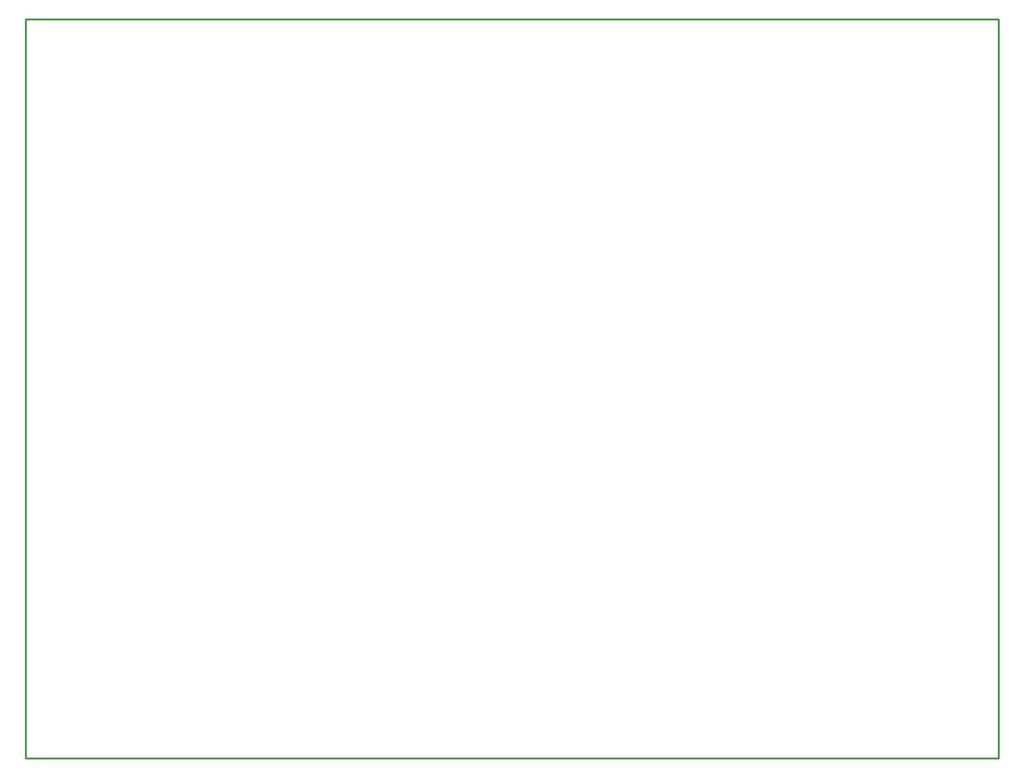
<source format=gbr>
G04 EAGLE Gerber RS-274X export*
G75*
%MOMM*%
%FSLAX34Y34*%
%LPD*%
%IN*%
%IPPOS*%
%AMOC8*
5,1,8,0,0,1.08239X$1,22.5*%
G01*
%ADD10C,0.254000*%


D10*
X30000Y20000D02*
X1320000Y20000D01*
X1320000Y1000000D01*
X30000Y1000000D01*
X30000Y20000D01*
M02*

</source>
